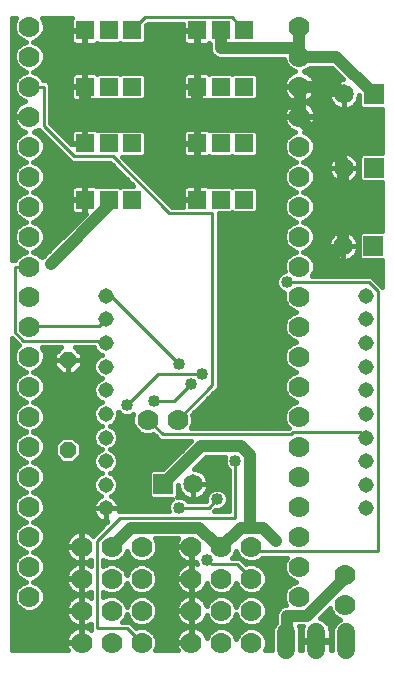
<source format=gbl>
G75*
G70*
%OFA0B0*%
%FSLAX24Y24*%
%IPPOS*%
%LPD*%
%AMOC8*
5,1,8,0,0,1.08239X$1,22.5*
%
%ADD10C,0.0700*%
%ADD11OC8,0.0560*%
%ADD12R,0.0650X0.0650*%
%ADD13C,0.0650*%
%ADD14C,0.0515*%
%ADD15R,0.0594X0.0594*%
%ADD16C,0.0600*%
%ADD17C,0.0400*%
%ADD18C,0.0400*%
%ADD19C,0.0160*%
%ADD20C,0.0100*%
D10*
X012704Y009130D03*
X012704Y010130D03*
X012704Y011130D03*
X012704Y012130D03*
X012704Y013130D03*
X012704Y014130D03*
X012704Y015130D03*
X012704Y016130D03*
X012704Y017130D03*
X012704Y018130D03*
X012704Y019130D03*
X012704Y020130D03*
X012704Y021130D03*
X012704Y022130D03*
X012704Y023130D03*
X012704Y024130D03*
X012704Y025130D03*
X012704Y026130D03*
X012704Y027130D03*
X012704Y028130D03*
X021704Y028130D03*
X021704Y027130D03*
X021704Y026130D03*
X021704Y025130D03*
X021704Y024130D03*
X021704Y023130D03*
X021704Y022130D03*
X021704Y021130D03*
X021704Y020130D03*
X021704Y019130D03*
X021704Y018130D03*
X021704Y017130D03*
X021704Y016130D03*
X021704Y015130D03*
X021704Y014130D03*
X021704Y013130D03*
X021704Y012130D03*
X021704Y011130D03*
X021704Y010130D03*
X023239Y009839D03*
X021704Y009130D03*
X023239Y008839D03*
X020105Y008658D03*
X019105Y008658D03*
X018105Y008658D03*
X018105Y009721D03*
X019105Y009721D03*
X020105Y009721D03*
X020105Y010784D03*
X019105Y010784D03*
X018105Y010784D03*
X016444Y010784D03*
X015444Y010784D03*
X014444Y010784D03*
X014444Y009721D03*
X015444Y009721D03*
X016444Y009721D03*
X016444Y008658D03*
X015444Y008658D03*
X014444Y008658D03*
X014444Y007595D03*
X015444Y007595D03*
X016444Y007595D03*
X018105Y007595D03*
X019105Y007595D03*
X020105Y007595D03*
X017645Y015028D03*
X016645Y015028D03*
D11*
X013987Y014020D03*
X013987Y017020D03*
D12*
X017160Y012882D03*
X024160Y020819D03*
X024180Y023418D03*
X024180Y025870D03*
D13*
X023180Y025870D03*
X023180Y023418D03*
X023160Y020819D03*
X018160Y012882D03*
D14*
X015251Y012855D03*
X015251Y013642D03*
X015251Y014430D03*
X015251Y015217D03*
X015251Y016004D03*
X015251Y016792D03*
X015251Y017579D03*
X015251Y018367D03*
X015251Y019154D03*
X023912Y019154D03*
X023912Y018367D03*
X023912Y017579D03*
X023912Y016792D03*
X023912Y016004D03*
X023912Y015217D03*
X023912Y014430D03*
X023912Y013642D03*
X023912Y012855D03*
X023912Y012067D03*
X015251Y012067D03*
D15*
X015341Y022359D03*
X014554Y022359D03*
X016129Y022359D03*
X018290Y022359D03*
X019078Y022359D03*
X019865Y022359D03*
X019865Y024241D03*
X019078Y024241D03*
X018290Y024241D03*
X016129Y024241D03*
X015341Y024241D03*
X014554Y024241D03*
X014554Y026122D03*
X015341Y026122D03*
X016129Y026122D03*
X018290Y026122D03*
X019078Y026122D03*
X019865Y026122D03*
X019865Y028004D03*
X019078Y028004D03*
X018290Y028004D03*
X016129Y028004D03*
X015341Y028004D03*
X014554Y028004D03*
D16*
X021267Y007950D02*
X021267Y007350D01*
X022267Y007350D02*
X022267Y007950D01*
X023267Y007950D02*
X023267Y007350D01*
D17*
X021971Y008493D02*
X023231Y009752D01*
X023231Y009831D01*
X023239Y009839D01*
X021971Y008493D02*
X021282Y008493D01*
X021282Y007666D01*
X021267Y007650D01*
X020928Y010973D02*
X020475Y011426D01*
X020062Y011426D01*
X019747Y011426D01*
X019105Y010784D01*
X018920Y010874D01*
X018369Y011426D01*
X016086Y011426D01*
X015444Y010784D01*
X017160Y012882D02*
X017168Y012882D01*
X018428Y014142D01*
X019767Y014142D01*
X020062Y013847D01*
X020062Y011426D01*
X022385Y020048D02*
X023152Y020815D01*
X023160Y020819D01*
X023152Y021032D01*
X023172Y021032D01*
X023172Y023414D01*
X023180Y023418D01*
X023152Y023611D01*
X021814Y024949D01*
X021704Y025130D01*
X021715Y025146D01*
X021715Y025540D01*
X018290Y025540D01*
X014570Y025540D01*
X014570Y026111D01*
X014554Y026122D01*
X018290Y026122D02*
X018290Y025540D01*
X019078Y027410D02*
X021499Y027410D01*
X021704Y027130D01*
X021696Y027331D01*
X021696Y028119D01*
X021704Y028130D01*
X021704Y027130D02*
X021715Y027115D01*
X022936Y027115D01*
X024180Y025870D01*
X023180Y025870D02*
X023172Y025874D01*
X022916Y026130D01*
X021704Y026130D01*
X021715Y025933D01*
X021715Y025540D01*
X019078Y027410D02*
X019078Y028004D01*
X015341Y022359D02*
X015337Y022351D01*
X015337Y022134D01*
X013408Y020205D01*
D18*
X013408Y020205D03*
X017700Y016878D03*
X018074Y016209D03*
X018467Y016544D03*
X016853Y015658D03*
X015948Y015500D03*
X019570Y013650D03*
X018960Y012370D03*
X017680Y012095D03*
X018625Y010363D03*
X020928Y010973D03*
X021282Y019615D03*
X022385Y020048D03*
D19*
X012117Y017735D02*
X012117Y007339D01*
X013979Y007339D01*
X013953Y007391D01*
X013927Y007471D01*
X013914Y007553D01*
X013914Y007576D01*
X014425Y007576D01*
X014425Y007613D01*
X013914Y007613D01*
X013914Y007637D01*
X013927Y007719D01*
X013953Y007798D01*
X013990Y007873D01*
X014040Y007940D01*
X014099Y007999D01*
X014166Y008048D01*
X014240Y008086D01*
X014320Y008112D01*
X014402Y008125D01*
X014425Y008125D01*
X014425Y007613D01*
X014462Y007613D01*
X014462Y008125D01*
X014485Y008125D01*
X014568Y008112D01*
X014647Y008086D01*
X014722Y008048D01*
X014753Y008025D01*
X014753Y008228D01*
X014722Y008205D01*
X014647Y008167D01*
X014568Y008141D01*
X014485Y008128D01*
X014462Y008128D01*
X014462Y008639D01*
X014425Y008639D01*
X014425Y008128D01*
X014402Y008128D01*
X014320Y008141D01*
X014240Y008167D01*
X014166Y008205D01*
X014099Y008254D01*
X014040Y008313D01*
X013990Y008380D01*
X013953Y008454D01*
X013927Y008534D01*
X013914Y008616D01*
X013914Y008639D01*
X014425Y008639D01*
X014425Y008676D01*
X013914Y008676D01*
X013914Y008700D01*
X013927Y008782D01*
X013953Y008861D01*
X013990Y008936D01*
X014040Y009003D01*
X014099Y009062D01*
X014166Y009111D01*
X014240Y009149D01*
X014320Y009175D01*
X014402Y009188D01*
X014425Y009188D01*
X014425Y008676D01*
X014462Y008676D01*
X014462Y009188D01*
X014485Y009188D01*
X014568Y009175D01*
X014647Y009149D01*
X014722Y009111D01*
X014753Y009088D01*
X014753Y009291D01*
X014722Y009268D01*
X014647Y009230D01*
X014568Y009204D01*
X014485Y009191D01*
X014462Y009191D01*
X014462Y009702D01*
X014425Y009702D01*
X014425Y009191D01*
X014402Y009191D01*
X014320Y009204D01*
X014240Y009230D01*
X014166Y009268D01*
X014099Y009317D01*
X014040Y009376D01*
X013990Y009443D01*
X013953Y009517D01*
X013927Y009597D01*
X013914Y009679D01*
X013914Y009702D01*
X014425Y009702D01*
X014425Y009739D01*
X013914Y009739D01*
X013914Y009763D01*
X013927Y009845D01*
X013953Y009924D01*
X013990Y009999D01*
X014040Y010066D01*
X014099Y010125D01*
X014166Y010174D01*
X014240Y010212D01*
X014320Y010238D01*
X014402Y010251D01*
X014425Y010251D01*
X014425Y009739D01*
X014462Y009739D01*
X014462Y010251D01*
X014485Y010251D01*
X014568Y010238D01*
X014647Y010212D01*
X014722Y010174D01*
X014753Y010151D01*
X014753Y010354D01*
X014722Y010331D01*
X014647Y010293D01*
X014568Y010267D01*
X014485Y010254D01*
X014462Y010254D01*
X014462Y010765D01*
X014425Y010765D01*
X014425Y010254D01*
X014402Y010254D01*
X014320Y010267D01*
X014240Y010293D01*
X014166Y010331D01*
X014099Y010380D01*
X014040Y010439D01*
X013990Y010506D01*
X013953Y010580D01*
X013927Y010660D01*
X013914Y010742D01*
X013914Y010765D01*
X014425Y010765D01*
X014425Y010802D01*
X013914Y010802D01*
X013914Y010826D01*
X013927Y010908D01*
X013953Y010987D01*
X013990Y011062D01*
X014040Y011129D01*
X014099Y011188D01*
X014166Y011237D01*
X014240Y011275D01*
X014320Y011301D01*
X014402Y011314D01*
X014425Y011314D01*
X014425Y010802D01*
X014462Y010802D01*
X014462Y011314D01*
X014485Y011314D01*
X014568Y011301D01*
X014647Y011275D01*
X014722Y011237D01*
X014789Y011188D01*
X014826Y011152D01*
X014876Y011203D01*
X015307Y011633D01*
X015285Y011630D01*
X015251Y011630D01*
X015251Y012067D01*
X015251Y012067D01*
X015251Y012067D01*
X015688Y012067D01*
X015688Y012033D01*
X015678Y011970D01*
X017342Y011970D01*
X017320Y012023D01*
X017320Y012166D01*
X017375Y012299D01*
X017473Y012397D01*
X016769Y012397D01*
X016675Y012491D01*
X016675Y013274D01*
X016769Y013367D01*
X017144Y013367D01*
X018103Y014326D01*
X017062Y014326D01*
X016939Y014449D01*
X016833Y014554D01*
X016746Y014518D01*
X016543Y014518D01*
X016356Y014596D01*
X016212Y014739D01*
X016135Y014927D01*
X016135Y015129D01*
X016169Y015213D01*
X016152Y015195D01*
X016019Y015140D01*
X015876Y015140D01*
X015744Y015195D01*
X015668Y015271D01*
X015668Y015134D01*
X015605Y014980D01*
X015487Y014863D01*
X015391Y014823D01*
X015487Y014783D01*
X015605Y014666D01*
X015668Y014513D01*
X015668Y014346D01*
X015605Y014193D01*
X015487Y014076D01*
X015391Y014036D01*
X015487Y013996D01*
X015605Y013879D01*
X015668Y013725D01*
X015668Y013559D01*
X015605Y013406D01*
X015487Y013288D01*
X015391Y013248D01*
X015487Y013209D01*
X015605Y013091D01*
X015668Y012938D01*
X015668Y012772D01*
X015605Y012618D01*
X015487Y012501D01*
X015419Y012473D01*
X015480Y012441D01*
X015536Y012401D01*
X015585Y012352D01*
X015625Y012297D01*
X015656Y012235D01*
X015678Y012170D01*
X015688Y012102D01*
X015688Y012067D01*
X015251Y012067D01*
X015251Y011630D01*
X015216Y011630D01*
X015148Y011641D01*
X015083Y011662D01*
X015022Y011693D01*
X014966Y011734D01*
X014917Y011782D01*
X014877Y011838D01*
X014845Y011899D01*
X014824Y011965D01*
X014813Y012033D01*
X014813Y012067D01*
X015251Y012067D01*
X015251Y012067D01*
X014813Y012067D01*
X014813Y012102D01*
X014824Y012170D01*
X014845Y012235D01*
X014877Y012297D01*
X014917Y012352D01*
X014966Y012401D01*
X015022Y012441D01*
X015083Y012473D01*
X015014Y012501D01*
X014897Y012618D01*
X014833Y012772D01*
X014833Y012938D01*
X014897Y013091D01*
X015014Y013209D01*
X015110Y013248D01*
X015014Y013288D01*
X014897Y013406D01*
X014833Y013559D01*
X014833Y013725D01*
X014897Y013879D01*
X015014Y013996D01*
X015110Y014036D01*
X015014Y014076D01*
X014897Y014193D01*
X014833Y014346D01*
X014833Y014513D01*
X014897Y014666D01*
X015014Y014783D01*
X015110Y014823D01*
X015014Y014863D01*
X014897Y014980D01*
X014833Y015134D01*
X014833Y015300D01*
X014897Y015453D01*
X015014Y015571D01*
X015110Y015611D01*
X015014Y015650D01*
X014897Y015768D01*
X014833Y015921D01*
X014833Y016087D01*
X014897Y016241D01*
X015014Y016358D01*
X015110Y016398D01*
X015014Y016438D01*
X014897Y016555D01*
X014833Y016709D01*
X014833Y016875D01*
X014897Y017028D01*
X015014Y017146D01*
X015110Y017185D01*
X015014Y017225D01*
X014897Y017343D01*
X014858Y017436D01*
X014222Y017436D01*
X014447Y017211D01*
X014447Y017030D01*
X013997Y017030D01*
X013997Y017010D01*
X013997Y016560D01*
X014178Y016560D01*
X014447Y016830D01*
X014447Y017010D01*
X013997Y017010D01*
X013977Y017010D01*
X013977Y016560D01*
X013797Y016560D01*
X013527Y016830D01*
X013527Y017010D01*
X013977Y017010D01*
X013977Y017030D01*
X013527Y017030D01*
X013527Y017211D01*
X013753Y017436D01*
X013119Y017436D01*
X013136Y017419D01*
X013214Y017232D01*
X013214Y017029D01*
X013136Y016841D01*
X012993Y016698D01*
X012829Y016630D01*
X012993Y016563D01*
X013136Y016419D01*
X013214Y016232D01*
X013214Y016029D01*
X013136Y015841D01*
X012993Y015698D01*
X012829Y015630D01*
X012993Y015563D01*
X013136Y015419D01*
X013214Y015232D01*
X013214Y015029D01*
X013136Y014841D01*
X012993Y014698D01*
X012829Y014630D01*
X012993Y014563D01*
X013136Y014419D01*
X013214Y014232D01*
X013214Y014029D01*
X013136Y013841D01*
X012993Y013698D01*
X012829Y013630D01*
X012993Y013563D01*
X013136Y013419D01*
X013214Y013232D01*
X013214Y013029D01*
X013136Y012841D01*
X012993Y012698D01*
X012829Y012630D01*
X012993Y012563D01*
X013136Y012419D01*
X013214Y012232D01*
X013214Y012029D01*
X013136Y011841D01*
X012993Y011698D01*
X012829Y011630D01*
X012993Y011563D01*
X013136Y011419D01*
X013214Y011232D01*
X013214Y011029D01*
X013136Y010841D01*
X012993Y010698D01*
X012829Y010630D01*
X012993Y010563D01*
X013136Y010419D01*
X013214Y010232D01*
X013214Y010029D01*
X013136Y009841D01*
X012993Y009698D01*
X012829Y009630D01*
X012993Y009563D01*
X013136Y009419D01*
X013214Y009232D01*
X013214Y009029D01*
X013136Y008841D01*
X012993Y008698D01*
X012805Y008620D01*
X012602Y008620D01*
X012415Y008698D01*
X012271Y008841D01*
X012194Y009029D01*
X012194Y009232D01*
X012271Y009419D01*
X012415Y009563D01*
X012578Y009630D01*
X012415Y009698D01*
X012271Y009841D01*
X012194Y010029D01*
X012194Y010232D01*
X012271Y010419D01*
X012415Y010563D01*
X012578Y010630D01*
X012415Y010698D01*
X012271Y010841D01*
X012194Y011029D01*
X012194Y011232D01*
X012271Y011419D01*
X012415Y011563D01*
X012578Y011630D01*
X012415Y011698D01*
X012271Y011841D01*
X012194Y012029D01*
X012194Y012232D01*
X012271Y012419D01*
X012415Y012563D01*
X012578Y012630D01*
X012415Y012698D01*
X012271Y012841D01*
X012194Y013029D01*
X012194Y013232D01*
X012271Y013419D01*
X012415Y013563D01*
X012578Y013630D01*
X012415Y013698D01*
X012271Y013841D01*
X012194Y014029D01*
X012194Y014232D01*
X012271Y014419D01*
X012415Y014563D01*
X012578Y014630D01*
X012415Y014698D01*
X012271Y014841D01*
X012194Y015029D01*
X012194Y015232D01*
X012271Y015419D01*
X012415Y015563D01*
X012578Y015630D01*
X012415Y015698D01*
X012271Y015841D01*
X012194Y016029D01*
X012194Y016232D01*
X012271Y016419D01*
X012415Y016563D01*
X012578Y016630D01*
X012415Y016698D01*
X012271Y016841D01*
X012194Y017029D01*
X012194Y017232D01*
X012271Y017419D01*
X012352Y017500D01*
X012121Y017731D01*
X012117Y017735D01*
X012117Y017643D02*
X012209Y017643D01*
X012117Y017484D02*
X012336Y017484D01*
X012233Y017326D02*
X012117Y017326D01*
X012117Y017167D02*
X012194Y017167D01*
X012202Y017009D02*
X012117Y017009D01*
X012117Y016850D02*
X012268Y016850D01*
X012117Y016692D02*
X012430Y016692D01*
X012385Y016533D02*
X012117Y016533D01*
X012117Y016375D02*
X012253Y016375D01*
X012194Y016216D02*
X012117Y016216D01*
X012117Y016058D02*
X012194Y016058D01*
X012247Y015899D02*
X012117Y015899D01*
X012117Y015741D02*
X012372Y015741D01*
X012462Y015582D02*
X012117Y015582D01*
X012117Y015424D02*
X012276Y015424D01*
X012208Y015265D02*
X012117Y015265D01*
X012117Y015107D02*
X012194Y015107D01*
X012227Y014948D02*
X012117Y014948D01*
X012117Y014790D02*
X012323Y014790D01*
X012117Y014631D02*
X012576Y014631D01*
X012832Y014631D02*
X014883Y014631D01*
X014833Y014473D02*
X013082Y014473D01*
X013179Y014314D02*
X013659Y014314D01*
X013547Y014202D02*
X013547Y013838D01*
X013805Y013580D01*
X014169Y013580D01*
X014427Y013838D01*
X014427Y014202D01*
X014169Y014460D01*
X013805Y014460D01*
X013547Y014202D01*
X013547Y014156D02*
X013214Y014156D01*
X013201Y013997D02*
X013547Y013997D01*
X013547Y013839D02*
X013133Y013839D01*
X012950Y013680D02*
X013705Y013680D01*
X014270Y013680D02*
X014833Y013680D01*
X014849Y013522D02*
X013033Y013522D01*
X013159Y013363D02*
X014939Y013363D01*
X015011Y013205D02*
X013214Y013205D01*
X013214Y013046D02*
X014878Y013046D01*
X014833Y012888D02*
X013155Y012888D01*
X013024Y012729D02*
X014851Y012729D01*
X014944Y012571D02*
X012973Y012571D01*
X013139Y012412D02*
X014981Y012412D01*
X014855Y012254D02*
X013204Y012254D01*
X013214Y012095D02*
X014813Y012095D01*
X014833Y011937D02*
X013175Y011937D01*
X013073Y011778D02*
X014921Y011778D01*
X015251Y011778D02*
X015251Y011778D01*
X015251Y011937D02*
X015251Y011937D01*
X015294Y011620D02*
X012855Y011620D01*
X013094Y011461D02*
X015135Y011461D01*
X014977Y011303D02*
X014555Y011303D01*
X014462Y011303D02*
X014425Y011303D01*
X014332Y011303D02*
X013184Y011303D01*
X013214Y011144D02*
X014055Y011144D01*
X013952Y010986D02*
X013196Y010986D01*
X013122Y010827D02*
X013914Y010827D01*
X013925Y010669D02*
X012922Y010669D01*
X013045Y010510D02*
X013988Y010510D01*
X014137Y010352D02*
X013164Y010352D01*
X013214Y010193D02*
X014204Y010193D01*
X014425Y010193D02*
X014462Y010193D01*
X014462Y010035D02*
X014425Y010035D01*
X014425Y009876D02*
X014462Y009876D01*
X014425Y009718D02*
X013012Y009718D01*
X012996Y009559D02*
X013939Y009559D01*
X014021Y009401D02*
X013144Y009401D01*
X013209Y009242D02*
X014216Y009242D01*
X014128Y009084D02*
X013214Y009084D01*
X013171Y008925D02*
X013985Y008925D01*
X013924Y008767D02*
X013061Y008767D01*
X012346Y008767D02*
X012117Y008767D01*
X012117Y008925D02*
X012237Y008925D01*
X012194Y009084D02*
X012117Y009084D01*
X012117Y009242D02*
X012198Y009242D01*
X012264Y009401D02*
X012117Y009401D01*
X012117Y009559D02*
X012411Y009559D01*
X012395Y009718D02*
X012117Y009718D01*
X012117Y009876D02*
X012257Y009876D01*
X012194Y010035D02*
X012117Y010035D01*
X012117Y010193D02*
X012194Y010193D01*
X012243Y010352D02*
X012117Y010352D01*
X012117Y010510D02*
X012362Y010510D01*
X012485Y010669D02*
X012117Y010669D01*
X012117Y010827D02*
X012285Y010827D01*
X012211Y010986D02*
X012117Y010986D01*
X012117Y011144D02*
X012194Y011144D01*
X012223Y011303D02*
X012117Y011303D01*
X012117Y011461D02*
X012313Y011461D01*
X012117Y011620D02*
X012553Y011620D01*
X012334Y011778D02*
X012117Y011778D01*
X012117Y011937D02*
X012232Y011937D01*
X012194Y012095D02*
X012117Y012095D01*
X012117Y012254D02*
X012203Y012254D01*
X012268Y012412D02*
X012117Y012412D01*
X012117Y012571D02*
X012434Y012571D01*
X012383Y012729D02*
X012117Y012729D01*
X012117Y012888D02*
X012252Y012888D01*
X012194Y013046D02*
X012117Y013046D01*
X012117Y013205D02*
X012194Y013205D01*
X012248Y013363D02*
X012117Y013363D01*
X012117Y013522D02*
X012374Y013522D01*
X012457Y013680D02*
X012117Y013680D01*
X012117Y013839D02*
X012274Y013839D01*
X012207Y013997D02*
X012117Y013997D01*
X012117Y014156D02*
X012194Y014156D01*
X012228Y014314D02*
X012117Y014314D01*
X012117Y014473D02*
X012325Y014473D01*
X013084Y014790D02*
X015030Y014790D01*
X014929Y014948D02*
X013180Y014948D01*
X013214Y015107D02*
X014845Y015107D01*
X014833Y015265D02*
X013200Y015265D01*
X013131Y015424D02*
X014885Y015424D01*
X015042Y015582D02*
X012945Y015582D01*
X013035Y015741D02*
X014924Y015741D01*
X014842Y015899D02*
X013160Y015899D01*
X013214Y016058D02*
X014833Y016058D01*
X014887Y016216D02*
X013214Y016216D01*
X013154Y016375D02*
X015054Y016375D01*
X014919Y016533D02*
X013022Y016533D01*
X012978Y016692D02*
X013665Y016692D01*
X013527Y016850D02*
X013140Y016850D01*
X013205Y017009D02*
X013527Y017009D01*
X013527Y017167D02*
X013214Y017167D01*
X013175Y017326D02*
X013642Y017326D01*
X013977Y017009D02*
X013997Y017009D01*
X013997Y016850D02*
X013977Y016850D01*
X013977Y016692D02*
X013997Y016692D01*
X014309Y016692D02*
X014840Y016692D01*
X014833Y016850D02*
X014447Y016850D01*
X014447Y017009D02*
X014889Y017009D01*
X015067Y017167D02*
X014447Y017167D01*
X014332Y017326D02*
X014914Y017326D01*
X015668Y015265D02*
X015674Y015265D01*
X015657Y015107D02*
X016135Y015107D01*
X016135Y014948D02*
X015573Y014948D01*
X015472Y014790D02*
X016191Y014790D01*
X016320Y014631D02*
X015619Y014631D01*
X015668Y014473D02*
X016915Y014473D01*
X017616Y013839D02*
X015621Y013839D01*
X015668Y013680D02*
X017457Y013680D01*
X017299Y013522D02*
X015653Y013522D01*
X015562Y013363D02*
X016765Y013363D01*
X016675Y013205D02*
X015491Y013205D01*
X015623Y013046D02*
X016675Y013046D01*
X016675Y012888D02*
X015668Y012888D01*
X015651Y012729D02*
X016675Y012729D01*
X016675Y012571D02*
X015557Y012571D01*
X015520Y012412D02*
X016754Y012412D01*
X017356Y012254D02*
X015647Y012254D01*
X015688Y012095D02*
X017320Y012095D01*
X017609Y012455D02*
X017645Y012491D01*
X017645Y012850D01*
X017655Y012860D01*
X017655Y012843D01*
X017668Y012764D01*
X017692Y012688D01*
X017728Y012618D01*
X017775Y012553D01*
X017831Y012497D01*
X017896Y012450D01*
X017966Y012414D01*
X018042Y012390D01*
X018121Y012377D01*
X018160Y012377D01*
X018160Y012882D01*
X018160Y012882D01*
X018160Y012377D01*
X018200Y012377D01*
X018279Y012390D01*
X018354Y012414D01*
X018425Y012450D01*
X018489Y012497D01*
X018546Y012553D01*
X018592Y012618D01*
X018628Y012688D01*
X018653Y012764D01*
X018665Y012843D01*
X018665Y012882D01*
X018160Y012882D01*
X018160Y012882D01*
X018665Y012882D01*
X018665Y012922D01*
X018653Y013001D01*
X018628Y013076D01*
X018592Y013147D01*
X018546Y013211D01*
X018489Y013267D01*
X018425Y013314D01*
X018354Y013350D01*
X018279Y013375D01*
X018200Y013387D01*
X018182Y013387D01*
X018577Y013782D01*
X019235Y013782D01*
X019210Y013722D01*
X019210Y013578D01*
X019265Y013446D01*
X019360Y013351D01*
X019360Y011970D01*
X018856Y011970D01*
X018894Y012008D01*
X018897Y012010D01*
X019031Y012010D01*
X019163Y012065D01*
X019265Y012167D01*
X019320Y012299D01*
X019320Y012442D01*
X019265Y012574D01*
X019163Y012676D01*
X019031Y012730D01*
X018888Y012730D01*
X018756Y012676D01*
X018654Y012574D01*
X018600Y012442D01*
X018600Y012307D01*
X018597Y012305D01*
X017979Y012305D01*
X017884Y012400D01*
X017752Y012455D01*
X017609Y012455D01*
X017645Y012571D02*
X017762Y012571D01*
X017679Y012729D02*
X017645Y012729D01*
X017854Y012412D02*
X017973Y012412D01*
X018160Y012412D02*
X018160Y012412D01*
X018160Y012571D02*
X018160Y012571D01*
X018160Y012729D02*
X018160Y012729D01*
X018348Y012412D02*
X018600Y012412D01*
X018558Y012571D02*
X018653Y012571D01*
X018642Y012729D02*
X018885Y012729D01*
X019034Y012729D02*
X019360Y012729D01*
X019360Y012571D02*
X019266Y012571D01*
X019320Y012412D02*
X019360Y012412D01*
X019360Y012254D02*
X019301Y012254D01*
X019360Y012095D02*
X019193Y012095D01*
X019360Y012888D02*
X018665Y012888D01*
X018638Y013046D02*
X019360Y013046D01*
X019360Y013205D02*
X018550Y013205D01*
X018314Y013363D02*
X019347Y013363D01*
X019233Y013522D02*
X018317Y013522D01*
X018475Y013680D02*
X019210Y013680D01*
X018091Y014314D02*
X015655Y014314D01*
X015568Y014156D02*
X017933Y014156D01*
X017774Y013997D02*
X015484Y013997D01*
X015017Y013997D02*
X014427Y013997D01*
X014427Y013839D02*
X014880Y013839D01*
X014934Y014156D02*
X014427Y014156D01*
X014315Y014314D02*
X014847Y014314D01*
X018080Y014746D02*
X018155Y014927D01*
X018155Y015129D01*
X018126Y015197D01*
X018889Y015960D01*
X019012Y016083D01*
X019012Y021902D01*
X019441Y021902D01*
X019471Y021932D01*
X019502Y021902D01*
X020228Y021902D01*
X020322Y021996D01*
X020322Y022722D01*
X020228Y022816D01*
X019502Y022816D01*
X019471Y022785D01*
X019441Y022816D01*
X018715Y022816D01*
X018698Y022799D01*
X018698Y022800D01*
X018657Y022823D01*
X018611Y022836D01*
X018309Y022836D01*
X018309Y022377D01*
X018272Y022377D01*
X018272Y022836D01*
X017970Y022836D01*
X017924Y022823D01*
X017883Y022800D01*
X017849Y022766D01*
X017826Y022725D01*
X017813Y022679D01*
X017813Y022377D01*
X018272Y022377D01*
X018272Y022340D01*
X017813Y022340D01*
X017813Y022128D01*
X017452Y022128D01*
X015796Y023784D01*
X016492Y023784D01*
X016586Y023877D01*
X016586Y024604D01*
X016492Y024697D01*
X015766Y024697D01*
X015735Y024667D01*
X015705Y024697D01*
X014978Y024697D01*
X014962Y024681D01*
X014961Y024681D01*
X014920Y024705D01*
X014875Y024717D01*
X014572Y024717D01*
X014572Y024259D01*
X014536Y024259D01*
X014536Y024717D01*
X014233Y024717D01*
X014188Y024705D01*
X014147Y024681D01*
X014113Y024648D01*
X014089Y024607D01*
X014077Y024561D01*
X014077Y024259D01*
X014536Y024259D01*
X014536Y024222D01*
X014078Y024222D01*
X013402Y024898D01*
X013402Y026217D01*
X013279Y026340D01*
X013169Y026340D01*
X013136Y026419D01*
X012993Y026563D01*
X012829Y026630D01*
X012993Y026698D01*
X013136Y026841D01*
X013214Y027029D01*
X013214Y027232D01*
X013136Y027419D01*
X012993Y027563D01*
X012829Y027630D01*
X012993Y027698D01*
X013136Y027841D01*
X013214Y028029D01*
X013214Y028232D01*
X013140Y028410D01*
X014112Y028410D01*
X014089Y028371D01*
X014077Y028325D01*
X014077Y028023D01*
X014536Y028023D01*
X014536Y027986D01*
X014572Y027986D01*
X014572Y027527D01*
X014875Y027527D01*
X014920Y027540D01*
X014961Y027563D01*
X014962Y027564D01*
X014978Y027547D01*
X015705Y027547D01*
X015735Y027578D01*
X015766Y027547D01*
X016492Y027547D01*
X016586Y027641D01*
X016586Y028164D01*
X016645Y028223D01*
X017813Y028223D01*
X017813Y028023D01*
X018272Y028023D01*
X018272Y027986D01*
X018309Y027986D01*
X018309Y027527D01*
X018611Y027527D01*
X018657Y027540D01*
X018698Y027563D01*
X018698Y027564D01*
X018715Y027547D01*
X018718Y027547D01*
X018718Y027338D01*
X018772Y027206D01*
X018874Y027105D01*
X019006Y027050D01*
X021194Y027050D01*
X021194Y027029D01*
X021271Y026841D01*
X021415Y026698D01*
X021556Y026640D01*
X021500Y026621D01*
X021426Y026584D01*
X021358Y026535D01*
X021299Y026476D01*
X021250Y026408D01*
X021212Y026334D01*
X021187Y026254D01*
X021174Y026172D01*
X021174Y026149D01*
X021685Y026149D01*
X021685Y026112D01*
X021174Y026112D01*
X021174Y026089D01*
X021187Y026006D01*
X021212Y025927D01*
X021250Y025853D01*
X021299Y025785D01*
X021358Y025726D01*
X020289Y025726D01*
X020322Y025759D02*
X020322Y026486D01*
X020228Y026579D01*
X019502Y026579D01*
X019471Y026549D01*
X019441Y026579D01*
X018715Y026579D01*
X018698Y026563D01*
X018698Y026563D01*
X018657Y026587D01*
X018611Y026599D01*
X018309Y026599D01*
X018309Y026141D01*
X018272Y026141D01*
X018272Y026599D01*
X017970Y026599D01*
X017924Y026587D01*
X017883Y026563D01*
X017849Y026530D01*
X017826Y026489D01*
X017813Y026443D01*
X017813Y026141D01*
X018272Y026141D01*
X018272Y026104D01*
X018309Y026104D01*
X018309Y025646D01*
X018611Y025646D01*
X018657Y025658D01*
X018698Y025682D01*
X018715Y025666D01*
X019441Y025666D01*
X019471Y025696D01*
X019502Y025666D01*
X020228Y025666D01*
X020322Y025759D01*
X020322Y025885D02*
X021234Y025885D01*
X021181Y026043D02*
X020322Y026043D01*
X020322Y026202D02*
X021178Y026202D01*
X021226Y026360D02*
X020322Y026360D01*
X020289Y026519D02*
X021343Y026519D01*
X021465Y026677D02*
X012943Y026677D01*
X013036Y026519D02*
X014107Y026519D01*
X014113Y026530D02*
X014089Y026489D01*
X014077Y026443D01*
X014077Y026141D01*
X014536Y026141D01*
X014536Y026599D01*
X014233Y026599D01*
X014188Y026587D01*
X014147Y026563D01*
X014113Y026530D01*
X014077Y026360D02*
X013160Y026360D01*
X013402Y026202D02*
X014077Y026202D01*
X014077Y026104D02*
X014077Y025802D01*
X014089Y025756D01*
X014113Y025715D01*
X014147Y025682D01*
X014188Y025658D01*
X014233Y025646D01*
X014536Y025646D01*
X014536Y026104D01*
X014572Y026104D01*
X014572Y025646D01*
X014875Y025646D01*
X014920Y025658D01*
X014961Y025682D01*
X014962Y025682D01*
X014978Y025666D01*
X015705Y025666D01*
X015735Y025696D01*
X015766Y025666D01*
X016492Y025666D01*
X016586Y025759D01*
X016586Y026486D01*
X016492Y026579D01*
X015766Y026579D01*
X015735Y026549D01*
X015705Y026579D01*
X014978Y026579D01*
X014962Y026563D01*
X014961Y026563D01*
X014920Y026587D01*
X014875Y026599D01*
X014572Y026599D01*
X014572Y026141D01*
X014536Y026141D01*
X014536Y026104D01*
X014077Y026104D01*
X014077Y026043D02*
X013402Y026043D01*
X013402Y025885D02*
X014077Y025885D01*
X014107Y025726D02*
X013402Y025726D01*
X013402Y025568D02*
X021404Y025568D01*
X021426Y025584D02*
X021358Y025535D01*
X021299Y025476D01*
X021250Y025408D01*
X021212Y025334D01*
X021187Y025254D01*
X021174Y025172D01*
X021174Y025149D01*
X021685Y025149D01*
X021685Y025660D01*
X021685Y026112D01*
X021722Y026112D01*
X021722Y026149D01*
X022234Y026149D01*
X022234Y026172D01*
X022221Y026254D01*
X022195Y026334D01*
X022157Y026408D01*
X022108Y026476D01*
X022049Y026535D01*
X021981Y026584D01*
X021907Y026621D01*
X021851Y026640D01*
X021993Y026698D01*
X022049Y026755D01*
X022787Y026755D01*
X023166Y026375D01*
X023140Y026375D01*
X023062Y026363D01*
X022986Y026338D01*
X022915Y026302D01*
X022851Y026256D01*
X022795Y026199D01*
X022748Y026135D01*
X022712Y026064D01*
X022687Y025989D01*
X022675Y025910D01*
X022675Y025870D01*
X022675Y025831D01*
X022687Y025752D01*
X022712Y025677D01*
X022748Y025606D01*
X022795Y025541D01*
X022851Y025485D01*
X022915Y025439D01*
X022986Y025402D01*
X023062Y025378D01*
X023140Y025365D01*
X023180Y025365D01*
X023220Y025365D01*
X023298Y025378D01*
X023374Y025402D01*
X023445Y025439D01*
X023509Y025485D01*
X023565Y025541D01*
X023612Y025606D01*
X023648Y025677D01*
X023673Y025752D01*
X023685Y025831D01*
X023685Y025856D01*
X023695Y025846D01*
X023695Y025479D01*
X023789Y025385D01*
X024472Y025385D01*
X024472Y023903D01*
X023789Y023903D01*
X023695Y023809D01*
X023695Y023026D01*
X023789Y022933D01*
X024472Y022933D01*
X024472Y021304D01*
X023769Y021304D01*
X023675Y021211D01*
X023675Y020428D01*
X023769Y020334D01*
X024472Y020334D01*
X024472Y019458D01*
X024401Y019529D01*
X024106Y019825D01*
X023932Y019825D01*
X022119Y019825D01*
X022136Y019841D01*
X022214Y020029D01*
X022214Y020232D01*
X022136Y020419D01*
X021993Y020563D01*
X021829Y020630D01*
X021993Y020698D01*
X022136Y020841D01*
X022214Y021029D01*
X022214Y021232D01*
X022136Y021419D01*
X021993Y021563D01*
X021829Y021630D01*
X021993Y021698D01*
X022136Y021841D01*
X022214Y022029D01*
X022214Y022232D01*
X022136Y022419D01*
X021993Y022563D01*
X021829Y022630D01*
X021993Y022698D01*
X022136Y022841D01*
X022214Y023029D01*
X022214Y023232D01*
X022136Y023419D01*
X021993Y023563D01*
X021829Y023630D01*
X021993Y023698D01*
X022136Y023841D01*
X022214Y024029D01*
X022214Y024232D01*
X022136Y024419D01*
X021993Y024563D01*
X021851Y024621D01*
X021907Y024639D01*
X021981Y024677D01*
X022049Y024726D01*
X022108Y024785D01*
X022157Y024853D01*
X022195Y024927D01*
X022221Y025006D01*
X022234Y025089D01*
X022234Y025112D01*
X021722Y025112D01*
X021722Y025149D01*
X021685Y025149D01*
X021685Y025112D01*
X021174Y025112D01*
X021174Y025089D01*
X021187Y025006D01*
X021212Y024927D01*
X021250Y024853D01*
X021299Y024785D01*
X021358Y024726D01*
X021426Y024677D01*
X021500Y024639D01*
X021556Y024621D01*
X021415Y024563D01*
X021271Y024419D01*
X021194Y024232D01*
X021194Y024029D01*
X021271Y023841D01*
X021415Y023698D01*
X021578Y023630D01*
X021415Y023563D01*
X021271Y023419D01*
X021194Y023232D01*
X021194Y023029D01*
X021271Y022841D01*
X021415Y022698D01*
X021578Y022630D01*
X021415Y022563D01*
X021271Y022419D01*
X021194Y022232D01*
X021194Y022029D01*
X021271Y021841D01*
X021415Y021698D01*
X021578Y021630D01*
X021415Y021563D01*
X021271Y021419D01*
X021194Y021232D01*
X021194Y021029D01*
X021271Y020841D01*
X021415Y020698D01*
X021578Y020630D01*
X021415Y020563D01*
X021271Y020419D01*
X021194Y020232D01*
X021194Y020029D01*
X021216Y019975D01*
X021211Y019975D01*
X021078Y019920D01*
X020977Y019818D01*
X020922Y019686D01*
X020922Y019543D01*
X020977Y019411D01*
X021078Y019309D01*
X021204Y019257D01*
X021194Y019232D01*
X021194Y019029D01*
X021271Y018841D01*
X021415Y018698D01*
X021578Y018630D01*
X021415Y018563D01*
X021271Y018419D01*
X021194Y018232D01*
X021194Y018029D01*
X021271Y017841D01*
X021415Y017698D01*
X021578Y017630D01*
X021415Y017563D01*
X021271Y017419D01*
X021194Y017232D01*
X021194Y017029D01*
X021271Y016841D01*
X021415Y016698D01*
X021578Y016630D01*
X021415Y016563D01*
X021271Y016419D01*
X021194Y016232D01*
X021194Y016029D01*
X021271Y015841D01*
X021415Y015698D01*
X021578Y015630D01*
X021415Y015563D01*
X021271Y015419D01*
X021194Y015232D01*
X021194Y015029D01*
X021271Y014841D01*
X021350Y014763D01*
X021333Y014746D01*
X018080Y014746D01*
X018098Y014790D02*
X021323Y014790D01*
X021227Y014948D02*
X018155Y014948D01*
X018155Y015107D02*
X021194Y015107D01*
X021208Y015265D02*
X018195Y015265D01*
X018353Y015424D02*
X021276Y015424D01*
X021462Y015582D02*
X018512Y015582D01*
X018670Y015741D02*
X021372Y015741D01*
X021247Y015899D02*
X018829Y015899D01*
X018987Y016058D02*
X021194Y016058D01*
X021194Y016216D02*
X019012Y016216D01*
X019012Y016375D02*
X021253Y016375D01*
X021385Y016533D02*
X019012Y016533D01*
X019012Y016692D02*
X021430Y016692D01*
X021268Y016850D02*
X019012Y016850D01*
X019012Y017009D02*
X021202Y017009D01*
X021194Y017167D02*
X019012Y017167D01*
X019012Y017326D02*
X021233Y017326D01*
X021336Y017484D02*
X019012Y017484D01*
X019012Y017643D02*
X021548Y017643D01*
X021311Y017801D02*
X019012Y017801D01*
X019012Y017960D02*
X021222Y017960D01*
X021194Y018118D02*
X019012Y018118D01*
X019012Y018277D02*
X021212Y018277D01*
X021287Y018435D02*
X019012Y018435D01*
X019012Y018594D02*
X021490Y018594D01*
X021360Y018752D02*
X019012Y018752D01*
X019012Y018911D02*
X021243Y018911D01*
X021194Y019069D02*
X019012Y019069D01*
X019012Y019228D02*
X021194Y019228D01*
X021002Y019386D02*
X019012Y019386D01*
X019012Y019545D02*
X020922Y019545D01*
X020929Y019703D02*
X019012Y019703D01*
X019012Y019862D02*
X021020Y019862D01*
X021197Y020020D02*
X019012Y020020D01*
X019012Y020179D02*
X021194Y020179D01*
X021237Y020337D02*
X019012Y020337D01*
X019012Y020496D02*
X021348Y020496D01*
X021520Y020654D02*
X019012Y020654D01*
X019012Y020813D02*
X021300Y020813D01*
X021217Y020971D02*
X019012Y020971D01*
X019012Y021130D02*
X021194Y021130D01*
X021217Y021288D02*
X019012Y021288D01*
X019012Y021447D02*
X021299Y021447D01*
X021518Y021605D02*
X019012Y021605D01*
X019012Y021764D02*
X021349Y021764D01*
X021238Y021922D02*
X020249Y021922D01*
X020322Y022081D02*
X021194Y022081D01*
X021197Y022239D02*
X020322Y022239D01*
X020322Y022398D02*
X021262Y022398D01*
X021408Y022556D02*
X020322Y022556D01*
X020322Y022715D02*
X021398Y022715D01*
X021258Y022873D02*
X016706Y022873D01*
X016548Y023032D02*
X021194Y023032D01*
X021194Y023190D02*
X016389Y023190D01*
X016231Y023349D02*
X021242Y023349D01*
X021359Y023507D02*
X016072Y023507D01*
X015914Y023666D02*
X021492Y023666D01*
X021288Y023824D02*
X020269Y023824D01*
X020228Y023784D02*
X020322Y023877D01*
X020322Y024604D01*
X020228Y024697D01*
X019502Y024697D01*
X019471Y024667D01*
X019441Y024697D01*
X018715Y024697D01*
X018698Y024681D01*
X018698Y024681D01*
X018657Y024705D01*
X018611Y024717D01*
X018309Y024717D01*
X018309Y024259D01*
X018272Y024259D01*
X018272Y024717D01*
X017970Y024717D01*
X017924Y024705D01*
X017883Y024681D01*
X017849Y024648D01*
X017826Y024607D01*
X017813Y024561D01*
X017813Y024259D01*
X018272Y024259D01*
X018272Y024222D01*
X018309Y024222D01*
X018309Y023764D01*
X018611Y023764D01*
X018657Y023776D01*
X018698Y023800D01*
X018715Y023784D01*
X019441Y023784D01*
X019471Y023814D01*
X019502Y023784D01*
X020228Y023784D01*
X020322Y023983D02*
X021213Y023983D01*
X021194Y024141D02*
X020322Y024141D01*
X020322Y024300D02*
X021222Y024300D01*
X021310Y024458D02*
X020322Y024458D01*
X020309Y024617D02*
X021545Y024617D01*
X021309Y024775D02*
X013525Y024775D01*
X013402Y024934D02*
X021210Y024934D01*
X021174Y025092D02*
X013402Y025092D01*
X013402Y025251D02*
X021186Y025251D01*
X021251Y025409D02*
X013402Y025409D01*
X012685Y025149D02*
X012685Y025112D01*
X012174Y025112D01*
X012174Y025089D01*
X012187Y025006D01*
X012212Y024927D01*
X012250Y024853D01*
X012299Y024785D01*
X012358Y024726D01*
X012426Y024677D01*
X012500Y024639D01*
X012556Y024621D01*
X012415Y024563D01*
X012271Y024419D01*
X012194Y024232D01*
X012194Y024029D01*
X012271Y023841D01*
X012415Y023698D01*
X012578Y023630D01*
X012415Y023563D01*
X012271Y023419D01*
X012194Y023232D01*
X012194Y023029D01*
X012271Y022841D01*
X012415Y022698D01*
X012578Y022630D01*
X012415Y022563D01*
X012271Y022419D01*
X012194Y022232D01*
X012194Y022029D01*
X012271Y021841D01*
X012415Y021698D01*
X012578Y021630D01*
X012415Y021563D01*
X012271Y021419D01*
X012194Y021232D01*
X012194Y021029D01*
X012271Y020841D01*
X012415Y020698D01*
X012578Y020630D01*
X012415Y020563D01*
X012271Y020419D01*
X012237Y020336D01*
X012121Y020336D01*
X012117Y020332D01*
X012117Y028410D01*
X012268Y028410D01*
X012194Y028232D01*
X012194Y028029D01*
X012271Y027841D01*
X012415Y027698D01*
X012578Y027630D01*
X012415Y027563D01*
X012271Y027419D01*
X012194Y027232D01*
X012194Y027029D01*
X012271Y026841D01*
X012415Y026698D01*
X012578Y026630D01*
X012415Y026563D01*
X012271Y026419D01*
X012194Y026232D01*
X012194Y026029D01*
X012271Y025841D01*
X012415Y025698D01*
X012556Y025640D01*
X012500Y025621D01*
X012426Y025584D01*
X012358Y025535D01*
X012299Y025476D01*
X012250Y025408D01*
X012212Y025334D01*
X012187Y025254D01*
X012174Y025172D01*
X012174Y025149D01*
X012685Y025149D01*
X012404Y025568D02*
X012117Y025568D01*
X012117Y025726D02*
X012386Y025726D01*
X012253Y025885D02*
X012117Y025885D01*
X012117Y026043D02*
X012194Y026043D01*
X012194Y026202D02*
X012117Y026202D01*
X012117Y026360D02*
X012247Y026360D01*
X012371Y026519D02*
X012117Y026519D01*
X012117Y026677D02*
X012465Y026677D01*
X012277Y026836D02*
X012117Y026836D01*
X012117Y026994D02*
X012208Y026994D01*
X012194Y027153D02*
X012117Y027153D01*
X012117Y027311D02*
X012227Y027311D01*
X012322Y027470D02*
X012117Y027470D01*
X012117Y027628D02*
X012573Y027628D01*
X012834Y027628D02*
X014095Y027628D01*
X014089Y027638D02*
X014113Y027597D01*
X014147Y027563D01*
X014188Y027540D01*
X014233Y027527D01*
X014536Y027527D01*
X014536Y027986D01*
X014077Y027986D01*
X014077Y027684D01*
X014089Y027638D01*
X014077Y027787D02*
X013081Y027787D01*
X013179Y027945D02*
X014077Y027945D01*
X014077Y028104D02*
X013214Y028104D01*
X013201Y028262D02*
X014077Y028262D01*
X014536Y027945D02*
X014572Y027945D01*
X014572Y027787D02*
X014536Y027787D01*
X014536Y027628D02*
X014572Y027628D01*
X013181Y027311D02*
X018729Y027311D01*
X018718Y027470D02*
X013085Y027470D01*
X013214Y027153D02*
X018826Y027153D01*
X018272Y027527D02*
X018272Y027986D01*
X017813Y027986D01*
X017813Y027684D01*
X017826Y027638D01*
X017849Y027597D01*
X017883Y027563D01*
X017924Y027540D01*
X017970Y027527D01*
X018272Y027527D01*
X018272Y027628D02*
X018309Y027628D01*
X018309Y027787D02*
X018272Y027787D01*
X018272Y027945D02*
X018309Y027945D01*
X017813Y027945D02*
X016586Y027945D01*
X016586Y027787D02*
X017813Y027787D01*
X017831Y027628D02*
X016573Y027628D01*
X016586Y028104D02*
X017813Y028104D01*
X017843Y026519D02*
X016552Y026519D01*
X016586Y026360D02*
X017813Y026360D01*
X017813Y026202D02*
X016586Y026202D01*
X016586Y026043D02*
X017813Y026043D01*
X017813Y026104D02*
X017813Y025802D01*
X017826Y025756D01*
X017849Y025715D01*
X017883Y025682D01*
X017924Y025658D01*
X017970Y025646D01*
X018272Y025646D01*
X018272Y026104D01*
X017813Y026104D01*
X017813Y025885D02*
X016586Y025885D01*
X016553Y025726D02*
X017843Y025726D01*
X018272Y025726D02*
X018309Y025726D01*
X018309Y025885D02*
X018272Y025885D01*
X018272Y026043D02*
X018309Y026043D01*
X018309Y026202D02*
X018272Y026202D01*
X018272Y026360D02*
X018309Y026360D01*
X018309Y026519D02*
X018272Y026519D01*
X018698Y025682D02*
X018698Y025682D01*
X018309Y024617D02*
X018272Y024617D01*
X018272Y024458D02*
X018309Y024458D01*
X018309Y024300D02*
X018272Y024300D01*
X018272Y024222D02*
X017813Y024222D01*
X017813Y023920D01*
X017826Y023874D01*
X017849Y023833D01*
X017883Y023800D01*
X017924Y023776D01*
X017970Y023764D01*
X018272Y023764D01*
X018272Y024222D01*
X018272Y024141D02*
X018309Y024141D01*
X018309Y023983D02*
X018272Y023983D01*
X018272Y023824D02*
X018309Y023824D01*
X018698Y023800D02*
X018698Y023800D01*
X017858Y023824D02*
X016533Y023824D01*
X016586Y023983D02*
X017813Y023983D01*
X017813Y024141D02*
X016586Y024141D01*
X016586Y024300D02*
X017813Y024300D01*
X017813Y024458D02*
X016586Y024458D01*
X016573Y024617D02*
X017831Y024617D01*
X015954Y023032D02*
X013214Y023032D01*
X013214Y023029D02*
X013214Y023232D01*
X013136Y023419D01*
X012993Y023563D01*
X012829Y023630D01*
X012993Y023698D01*
X013136Y023841D01*
X013214Y024029D01*
X013214Y024232D01*
X013136Y024419D01*
X012993Y024563D01*
X012851Y024621D01*
X012907Y024639D01*
X012981Y024677D01*
X013009Y024697D01*
X013105Y024601D01*
X014109Y023597D01*
X015388Y023597D01*
X016170Y022816D01*
X015766Y022816D01*
X015735Y022785D01*
X015705Y022816D01*
X014978Y022816D01*
X014962Y022799D01*
X014961Y022800D01*
X014920Y022823D01*
X014875Y022836D01*
X014572Y022836D01*
X014572Y022377D01*
X014536Y022377D01*
X014536Y022836D01*
X014233Y022836D01*
X014188Y022823D01*
X014147Y022800D01*
X014113Y022766D01*
X014089Y022725D01*
X014077Y022679D01*
X014077Y022377D01*
X014536Y022377D01*
X014536Y022340D01*
X014572Y022340D01*
X014572Y021882D01*
X014576Y021882D01*
X013125Y020431D01*
X012993Y020563D01*
X012829Y020630D01*
X012993Y020698D01*
X013136Y020841D01*
X013214Y021029D01*
X013214Y021232D01*
X013136Y021419D01*
X012993Y021563D01*
X012829Y021630D01*
X012993Y021698D01*
X013136Y021841D01*
X013214Y022029D01*
X013214Y022232D01*
X013136Y022419D01*
X012993Y022563D01*
X012829Y022630D01*
X012993Y022698D01*
X013136Y022841D01*
X013214Y023029D01*
X013214Y023190D02*
X015795Y023190D01*
X015637Y023349D02*
X013165Y023349D01*
X013048Y023507D02*
X015478Y023507D01*
X016112Y022873D02*
X013149Y022873D01*
X013009Y022715D02*
X014087Y022715D01*
X014077Y022556D02*
X012999Y022556D01*
X013145Y022398D02*
X014077Y022398D01*
X014077Y022340D02*
X014077Y022038D01*
X014089Y021992D01*
X014113Y021951D01*
X014147Y021918D01*
X014188Y021894D01*
X014233Y021882D01*
X014536Y021882D01*
X014536Y022340D01*
X014077Y022340D01*
X014077Y022239D02*
X013210Y022239D01*
X013214Y022081D02*
X014077Y022081D01*
X014142Y021922D02*
X013169Y021922D01*
X013058Y021764D02*
X014458Y021764D01*
X014536Y021922D02*
X014572Y021922D01*
X014572Y022081D02*
X014536Y022081D01*
X014536Y022239D02*
X014572Y022239D01*
X014572Y022398D02*
X014536Y022398D01*
X014536Y022556D02*
X014572Y022556D01*
X014572Y022715D02*
X014536Y022715D01*
X014040Y023666D02*
X012915Y023666D01*
X013119Y023824D02*
X013882Y023824D01*
X013723Y023983D02*
X013195Y023983D01*
X013214Y024141D02*
X013565Y024141D01*
X013406Y024300D02*
X013185Y024300D01*
X013248Y024458D02*
X013097Y024458D01*
X013089Y024617D02*
X012862Y024617D01*
X012545Y024617D02*
X012117Y024617D01*
X012117Y024775D02*
X012309Y024775D01*
X012210Y024934D02*
X012117Y024934D01*
X012117Y025092D02*
X012174Y025092D01*
X012186Y025251D02*
X012117Y025251D01*
X012117Y025409D02*
X012251Y025409D01*
X012310Y024458D02*
X012117Y024458D01*
X012117Y024300D02*
X012222Y024300D01*
X012194Y024141D02*
X012117Y024141D01*
X012117Y023983D02*
X012213Y023983D01*
X012288Y023824D02*
X012117Y023824D01*
X012117Y023666D02*
X012492Y023666D01*
X012359Y023507D02*
X012117Y023507D01*
X012117Y023349D02*
X012242Y023349D01*
X012194Y023190D02*
X012117Y023190D01*
X012117Y023032D02*
X012194Y023032D01*
X012258Y022873D02*
X012117Y022873D01*
X012117Y022715D02*
X012398Y022715D01*
X012408Y022556D02*
X012117Y022556D01*
X012117Y022398D02*
X012262Y022398D01*
X012197Y022239D02*
X012117Y022239D01*
X012117Y022081D02*
X012194Y022081D01*
X012238Y021922D02*
X012117Y021922D01*
X012117Y021764D02*
X012349Y021764D01*
X012518Y021605D02*
X012117Y021605D01*
X012117Y021447D02*
X012299Y021447D01*
X012217Y021288D02*
X012117Y021288D01*
X012117Y021130D02*
X012194Y021130D01*
X012217Y020971D02*
X012117Y020971D01*
X012117Y020813D02*
X012300Y020813D01*
X012117Y020654D02*
X012520Y020654D01*
X012348Y020496D02*
X012117Y020496D01*
X012117Y020337D02*
X012237Y020337D01*
X012887Y020654D02*
X013348Y020654D01*
X013190Y020496D02*
X013059Y020496D01*
X013107Y020813D02*
X013507Y020813D01*
X013665Y020971D02*
X013190Y020971D01*
X013214Y021130D02*
X013824Y021130D01*
X013982Y021288D02*
X013190Y021288D01*
X013108Y021447D02*
X014141Y021447D01*
X014299Y021605D02*
X012890Y021605D01*
X014000Y024300D02*
X014077Y024300D01*
X014077Y024458D02*
X013842Y024458D01*
X013683Y024617D02*
X014095Y024617D01*
X014536Y024617D02*
X014572Y024617D01*
X014572Y024458D02*
X014536Y024458D01*
X014536Y024300D02*
X014572Y024300D01*
X014536Y025726D02*
X014572Y025726D01*
X014572Y025885D02*
X014536Y025885D01*
X014536Y026043D02*
X014572Y026043D01*
X014572Y026202D02*
X014536Y026202D01*
X014536Y026360D02*
X014572Y026360D01*
X014572Y026519D02*
X014536Y026519D01*
X013199Y026994D02*
X021208Y026994D01*
X021277Y026836D02*
X013130Y026836D01*
X012326Y027787D02*
X012117Y027787D01*
X012117Y027945D02*
X012228Y027945D01*
X012194Y028104D02*
X012117Y028104D01*
X012117Y028262D02*
X012206Y028262D01*
X016865Y022715D02*
X017823Y022715D01*
X017813Y022556D02*
X017023Y022556D01*
X017182Y022398D02*
X017813Y022398D01*
X017813Y022239D02*
X017340Y022239D01*
X018272Y022398D02*
X018309Y022398D01*
X018309Y022556D02*
X018272Y022556D01*
X018272Y022715D02*
X018309Y022715D01*
X019461Y021922D02*
X019481Y021922D01*
X021890Y021605D02*
X024472Y021605D01*
X024472Y021447D02*
X022108Y021447D01*
X022190Y021288D02*
X022970Y021288D01*
X022966Y021287D02*
X022896Y021251D01*
X022831Y021204D01*
X022775Y021148D01*
X022728Y021084D01*
X022692Y021013D01*
X022668Y020938D01*
X022655Y020859D01*
X022655Y020819D01*
X022655Y020780D01*
X022668Y020701D01*
X022692Y020625D01*
X022728Y020555D01*
X022775Y020490D01*
X022831Y020434D01*
X022896Y020387D01*
X022966Y020351D01*
X023042Y020327D01*
X023121Y020314D01*
X023160Y020314D01*
X023160Y020819D01*
X022655Y020819D01*
X023160Y020819D01*
X023160Y020819D01*
X023160Y020819D01*
X023160Y020314D01*
X023200Y020314D01*
X023279Y020327D01*
X023354Y020351D01*
X023425Y020387D01*
X023489Y020434D01*
X023546Y020490D01*
X023592Y020555D01*
X023628Y020625D01*
X023653Y020701D01*
X023665Y020780D01*
X023665Y020819D01*
X023160Y020819D01*
X023160Y021324D01*
X023121Y021324D01*
X023042Y021312D01*
X022966Y021287D01*
X023160Y021288D02*
X023160Y021288D01*
X023160Y021324D02*
X023200Y021324D01*
X023279Y021312D01*
X023354Y021287D01*
X023425Y021251D01*
X023489Y021204D01*
X023546Y021148D01*
X023592Y021084D01*
X023628Y021013D01*
X023653Y020938D01*
X023665Y020859D01*
X023665Y020819D01*
X023160Y020819D01*
X023160Y020819D01*
X023160Y020819D01*
X023160Y021324D01*
X023160Y021130D02*
X023160Y021130D01*
X023160Y020971D02*
X023160Y020971D01*
X023160Y020813D02*
X023160Y020813D01*
X023160Y020654D02*
X023160Y020654D01*
X023160Y020496D02*
X023160Y020496D01*
X023160Y020337D02*
X023160Y020337D01*
X023010Y020337D02*
X022170Y020337D01*
X022214Y020179D02*
X024472Y020179D01*
X024472Y020020D02*
X022210Y020020D01*
X022144Y019862D02*
X024472Y019862D01*
X024472Y019703D02*
X024227Y019703D01*
X024385Y019545D02*
X024472Y019545D01*
X023766Y020337D02*
X023311Y020337D01*
X023550Y020496D02*
X023675Y020496D01*
X023675Y020654D02*
X023638Y020654D01*
X023665Y020813D02*
X023675Y020813D01*
X023675Y020971D02*
X023642Y020971D01*
X023675Y021130D02*
X023559Y021130D01*
X023753Y021288D02*
X023351Y021288D01*
X022762Y021130D02*
X022214Y021130D01*
X022190Y020971D02*
X022679Y020971D01*
X022655Y020813D02*
X022107Y020813D01*
X021887Y020654D02*
X022683Y020654D01*
X022771Y020496D02*
X022059Y020496D01*
X022058Y021764D02*
X024472Y021764D01*
X024472Y021922D02*
X022169Y021922D01*
X022214Y022081D02*
X024472Y022081D01*
X024472Y022239D02*
X022210Y022239D01*
X022145Y022398D02*
X024472Y022398D01*
X024472Y022556D02*
X021999Y022556D01*
X022009Y022715D02*
X024472Y022715D01*
X024472Y022873D02*
X022149Y022873D01*
X022214Y023032D02*
X022852Y023032D01*
X022851Y023033D02*
X022915Y022986D01*
X022986Y022950D01*
X023062Y022925D01*
X023140Y022913D01*
X023180Y022913D01*
X023220Y022913D01*
X023298Y022925D01*
X023374Y022950D01*
X023445Y022986D01*
X023509Y023033D01*
X023565Y023089D01*
X023612Y023153D01*
X023648Y023224D01*
X023673Y023299D01*
X023685Y023378D01*
X023685Y023418D01*
X023685Y023457D01*
X023673Y023536D01*
X023648Y023612D01*
X023612Y023682D01*
X023565Y023747D01*
X023509Y023803D01*
X023445Y023850D01*
X023374Y023886D01*
X023298Y023910D01*
X023220Y023923D01*
X023180Y023923D01*
X023140Y023923D01*
X023062Y023910D01*
X022986Y023886D01*
X022915Y023850D01*
X022851Y023803D01*
X022795Y023747D01*
X022748Y023682D01*
X022712Y023612D01*
X022687Y023536D01*
X022675Y023457D01*
X022675Y023418D01*
X023180Y023418D01*
X023180Y023923D01*
X023180Y023418D01*
X023180Y023418D01*
X023685Y023418D01*
X023180Y023418D01*
X023180Y023418D01*
X023180Y023418D01*
X022675Y023418D01*
X022675Y023378D01*
X022687Y023299D01*
X022712Y023224D01*
X022748Y023153D01*
X022795Y023089D01*
X022851Y023033D01*
X022729Y023190D02*
X022214Y023190D01*
X022165Y023349D02*
X022680Y023349D01*
X022683Y023507D02*
X022048Y023507D01*
X021915Y023666D02*
X022740Y023666D01*
X022880Y023824D02*
X022119Y023824D01*
X022195Y023983D02*
X024472Y023983D01*
X024472Y024141D02*
X022214Y024141D01*
X022185Y024300D02*
X024472Y024300D01*
X024472Y024458D02*
X022097Y024458D01*
X021862Y024617D02*
X024472Y024617D01*
X024472Y024775D02*
X022098Y024775D01*
X022197Y024934D02*
X024472Y024934D01*
X024472Y025092D02*
X022234Y025092D01*
X022234Y025149D02*
X022234Y025172D01*
X022221Y025254D01*
X022195Y025334D01*
X022157Y025408D01*
X022108Y025476D01*
X022049Y025535D01*
X021981Y025584D01*
X021907Y025621D01*
X021880Y025630D01*
X021907Y025639D01*
X021981Y025677D01*
X022049Y025726D01*
X022108Y025785D01*
X022157Y025853D01*
X022195Y025927D01*
X022221Y026006D01*
X022234Y026089D01*
X022234Y026112D01*
X021722Y026112D01*
X021722Y025149D01*
X022234Y025149D01*
X022221Y025251D02*
X024472Y025251D01*
X023765Y025409D02*
X023387Y025409D01*
X023180Y025409D02*
X023180Y025409D01*
X023180Y025365D02*
X023180Y025870D01*
X023180Y025870D01*
X023180Y025365D01*
X023180Y025568D02*
X023180Y025568D01*
X023180Y025726D02*
X023180Y025726D01*
X023180Y025870D02*
X022675Y025870D01*
X023180Y025870D01*
X023180Y025870D01*
X023584Y025568D02*
X023695Y025568D01*
X023695Y025726D02*
X023664Y025726D01*
X022973Y025409D02*
X022156Y025409D01*
X022003Y025568D02*
X022776Y025568D01*
X022696Y025726D02*
X022049Y025726D01*
X022173Y025885D02*
X022675Y025885D01*
X022705Y026043D02*
X022226Y026043D01*
X022229Y026202D02*
X022797Y026202D01*
X023053Y026360D02*
X022181Y026360D01*
X022065Y026519D02*
X023023Y026519D01*
X022864Y026677D02*
X021943Y026677D01*
X021722Y026043D02*
X021685Y026043D01*
X021685Y025885D02*
X021722Y025885D01*
X021722Y025726D02*
X021685Y025726D01*
X021685Y025568D02*
X021722Y025568D01*
X021722Y025409D02*
X021685Y025409D01*
X021685Y025251D02*
X021722Y025251D01*
X021527Y025630D02*
X021500Y025621D01*
X021426Y025584D01*
X021500Y025639D02*
X021527Y025630D01*
X021500Y025639D02*
X021426Y025677D01*
X021358Y025726D01*
X023180Y023824D02*
X023180Y023824D01*
X023180Y023666D02*
X023180Y023666D01*
X023180Y023507D02*
X023180Y023507D01*
X023180Y023418D02*
X023180Y022913D01*
X023180Y023418D01*
X023180Y023418D01*
X023180Y023349D02*
X023180Y023349D01*
X023180Y023190D02*
X023180Y023190D01*
X023180Y023032D02*
X023180Y023032D01*
X023508Y023032D02*
X023695Y023032D01*
X023695Y023190D02*
X023631Y023190D01*
X023680Y023349D02*
X023695Y023349D01*
X023695Y023507D02*
X023677Y023507D01*
X023695Y023666D02*
X023620Y023666D01*
X023710Y023824D02*
X023480Y023824D01*
X017655Y011066D02*
X016879Y011066D01*
X016954Y010885D01*
X016954Y010682D01*
X016876Y010495D01*
X016733Y010352D01*
X017798Y010352D01*
X017827Y010331D02*
X017902Y010293D01*
X017981Y010267D01*
X018063Y010254D01*
X018087Y010254D01*
X018087Y010765D01*
X018124Y010765D01*
X018124Y010254D01*
X018147Y010254D01*
X018229Y010267D01*
X018269Y010280D01*
X018296Y010216D01*
X018229Y010238D01*
X018147Y010251D01*
X018124Y010251D01*
X018124Y009739D01*
X018087Y009739D01*
X018087Y009702D01*
X018124Y009702D01*
X018124Y009191D01*
X018147Y009191D01*
X018229Y009204D01*
X018309Y009230D01*
X018383Y009268D01*
X018450Y009317D01*
X018509Y009376D01*
X018558Y009443D01*
X018596Y009517D01*
X018614Y009573D01*
X018673Y009432D01*
X018816Y009289D01*
X019004Y009211D01*
X019207Y009211D01*
X019394Y009289D01*
X019538Y009432D01*
X019605Y009595D01*
X019673Y009432D01*
X019816Y009289D01*
X020004Y009211D01*
X020207Y009211D01*
X020394Y009289D01*
X020538Y009432D01*
X020615Y009619D01*
X020615Y009822D01*
X020538Y010010D01*
X020394Y010153D01*
X020207Y010231D01*
X020004Y010231D01*
X019930Y010200D01*
X019716Y010415D01*
X019458Y010415D01*
X019538Y010495D01*
X019605Y010658D01*
X019673Y010495D01*
X019816Y010352D01*
X019779Y010352D01*
X019816Y010352D02*
X020004Y010274D01*
X020207Y010274D01*
X020394Y010352D01*
X021243Y010352D01*
X021271Y010419D02*
X021194Y010232D01*
X021194Y010029D01*
X021271Y009841D01*
X021415Y009698D01*
X021578Y009630D01*
X021415Y009563D01*
X021271Y009419D01*
X021194Y009232D01*
X021194Y009029D01*
X021267Y008853D01*
X021211Y008853D01*
X021078Y008798D01*
X020977Y008696D01*
X020922Y008564D01*
X020922Y008256D01*
X020877Y008211D01*
X020807Y008041D01*
X020807Y007339D01*
X020551Y007339D01*
X020615Y007493D01*
X020615Y007696D01*
X020538Y007884D01*
X020394Y008027D01*
X020207Y008105D01*
X020004Y008105D01*
X019816Y008027D01*
X019673Y007884D01*
X019605Y007720D01*
X019538Y007884D01*
X019394Y008027D01*
X019207Y008105D01*
X019004Y008105D01*
X018816Y008027D01*
X018673Y007884D01*
X018614Y007743D01*
X018596Y007798D01*
X018558Y007873D01*
X018509Y007940D01*
X018450Y007999D01*
X018383Y008048D01*
X018309Y008086D01*
X018229Y008112D01*
X018147Y008125D01*
X018124Y008125D01*
X018124Y007613D01*
X018087Y007613D01*
X018087Y007576D01*
X017575Y007576D01*
X017575Y007553D01*
X017588Y007471D01*
X017614Y007391D01*
X017641Y007339D01*
X016890Y007339D01*
X016954Y007493D01*
X016954Y007696D01*
X016876Y007884D01*
X016733Y008027D01*
X016545Y008105D01*
X016342Y008105D01*
X016269Y008075D01*
X016054Y008289D01*
X015796Y008289D01*
X015876Y008369D01*
X015944Y008532D01*
X016011Y008369D01*
X016155Y008226D01*
X016342Y008148D01*
X016545Y008148D01*
X016733Y008226D01*
X016876Y008369D01*
X016954Y008556D01*
X016954Y008759D01*
X016876Y008947D01*
X016733Y009090D01*
X016545Y009168D01*
X016342Y009168D01*
X016155Y009090D01*
X016011Y008947D01*
X015944Y008783D01*
X015876Y008947D01*
X015733Y009090D01*
X015545Y009168D01*
X015342Y009168D01*
X015173Y009098D01*
X015173Y009281D01*
X015342Y009211D01*
X015545Y009211D01*
X015733Y009289D01*
X015876Y009432D01*
X015944Y009595D01*
X016011Y009432D01*
X016155Y009289D01*
X016342Y009211D01*
X016545Y009211D01*
X016733Y009289D01*
X016876Y009432D01*
X016954Y009619D01*
X016954Y009822D01*
X016876Y010010D01*
X016733Y010153D01*
X016545Y010231D01*
X016342Y010231D01*
X016155Y010153D01*
X016011Y010010D01*
X015944Y009846D01*
X015876Y010010D01*
X015733Y010153D01*
X015545Y010231D01*
X015342Y010231D01*
X015173Y010161D01*
X015173Y010344D01*
X015342Y010274D01*
X015545Y010274D01*
X015733Y010352D01*
X016155Y010352D01*
X016342Y010274D01*
X016545Y010274D01*
X016733Y010352D01*
X016636Y010193D02*
X017865Y010193D01*
X017902Y010212D02*
X017827Y010174D01*
X017760Y010125D01*
X017701Y010066D01*
X017652Y009999D01*
X017614Y009924D01*
X017588Y009845D01*
X017575Y009763D01*
X017575Y009739D01*
X018087Y009739D01*
X018087Y010251D01*
X018063Y010251D01*
X017981Y010238D01*
X017902Y010212D01*
X017827Y010331D02*
X017760Y010380D01*
X017701Y010439D01*
X017652Y010506D01*
X017614Y010580D01*
X017588Y010660D01*
X017575Y010742D01*
X017575Y010765D01*
X018087Y010765D01*
X018087Y010802D01*
X017575Y010802D01*
X017575Y010826D01*
X017588Y010908D01*
X017614Y010987D01*
X017652Y011062D01*
X017655Y011066D01*
X017614Y010986D02*
X016912Y010986D01*
X016954Y010827D02*
X017575Y010827D01*
X017587Y010669D02*
X016948Y010669D01*
X016882Y010510D02*
X017650Y010510D01*
X018087Y010510D02*
X018124Y010510D01*
X018124Y010352D02*
X018087Y010352D01*
X018087Y010193D02*
X018124Y010193D01*
X018124Y010035D02*
X018087Y010035D01*
X018087Y009876D02*
X018124Y009876D01*
X018087Y009718D02*
X016954Y009718D01*
X016931Y009876D02*
X017598Y009876D01*
X017575Y009702D02*
X017575Y009679D01*
X017588Y009597D01*
X017614Y009517D01*
X017652Y009443D01*
X017701Y009376D01*
X017760Y009317D01*
X017827Y009268D01*
X017902Y009230D01*
X017981Y009204D01*
X018063Y009191D01*
X018087Y009191D01*
X018087Y009702D01*
X017575Y009702D01*
X017600Y009559D02*
X016929Y009559D01*
X016845Y009401D02*
X017683Y009401D01*
X017877Y009242D02*
X016621Y009242D01*
X016739Y009084D02*
X017790Y009084D01*
X017760Y009062D02*
X017701Y009003D01*
X017652Y008936D01*
X017614Y008861D01*
X017588Y008782D01*
X017575Y008700D01*
X017575Y008676D01*
X018087Y008676D01*
X018087Y008639D01*
X018124Y008639D01*
X018124Y008128D01*
X018147Y008128D01*
X018229Y008141D01*
X018309Y008167D01*
X018383Y008205D01*
X018450Y008254D01*
X018509Y008313D01*
X018558Y008380D01*
X018596Y008454D01*
X018614Y008510D01*
X018673Y008369D01*
X018816Y008226D01*
X019004Y008148D01*
X019207Y008148D01*
X019394Y008226D01*
X019538Y008369D01*
X019605Y008532D01*
X019673Y008369D01*
X019816Y008226D01*
X020004Y008148D01*
X020207Y008148D01*
X020394Y008226D01*
X020538Y008369D01*
X020615Y008556D01*
X020615Y008759D01*
X020538Y008947D01*
X020394Y009090D01*
X020207Y009168D01*
X020004Y009168D01*
X019816Y009090D01*
X019673Y008947D01*
X019605Y008783D01*
X019538Y008947D01*
X019394Y009090D01*
X019207Y009168D01*
X019004Y009168D01*
X018816Y009090D01*
X018673Y008947D01*
X018614Y008806D01*
X018596Y008861D01*
X018558Y008936D01*
X018509Y009003D01*
X018450Y009062D01*
X018383Y009111D01*
X018309Y009149D01*
X018229Y009175D01*
X018147Y009188D01*
X018124Y009188D01*
X018124Y008676D01*
X018087Y008676D01*
X018087Y009188D01*
X018063Y009188D01*
X017981Y009175D01*
X017902Y009149D01*
X017827Y009111D01*
X017760Y009062D01*
X017647Y008925D02*
X016885Y008925D01*
X016951Y008767D02*
X017586Y008767D01*
X017575Y008639D02*
X017575Y008616D01*
X017588Y008534D01*
X017614Y008454D01*
X017652Y008380D01*
X017701Y008313D01*
X017760Y008254D01*
X017827Y008205D01*
X017902Y008167D01*
X017981Y008141D01*
X018063Y008128D01*
X018087Y008128D01*
X018087Y008639D01*
X017575Y008639D01*
X017576Y008608D02*
X016954Y008608D01*
X016910Y008450D02*
X017616Y008450D01*
X017722Y008291D02*
X016798Y008291D01*
X016786Y007974D02*
X017735Y007974D01*
X017760Y007999D02*
X017701Y007940D01*
X017652Y007873D01*
X017614Y007798D01*
X017588Y007719D01*
X017575Y007637D01*
X017575Y007613D01*
X018087Y007613D01*
X018087Y008125D01*
X018063Y008125D01*
X017981Y008112D01*
X017902Y008086D01*
X017827Y008048D01*
X017760Y007999D01*
X017623Y007816D02*
X016904Y007816D01*
X016954Y007657D02*
X017578Y007657D01*
X017584Y007499D02*
X016954Y007499D01*
X016890Y007340D02*
X017640Y007340D01*
X018087Y007657D02*
X018124Y007657D01*
X018124Y007816D02*
X018087Y007816D01*
X018087Y007974D02*
X018124Y007974D01*
X018124Y008133D02*
X018087Y008133D01*
X018032Y008133D02*
X016211Y008133D01*
X016089Y008291D02*
X015798Y008291D01*
X015910Y008450D02*
X015978Y008450D01*
X016003Y008925D02*
X015885Y008925D01*
X015739Y009084D02*
X016148Y009084D01*
X016266Y009242D02*
X015621Y009242D01*
X015845Y009401D02*
X016043Y009401D01*
X015959Y009559D02*
X015929Y009559D01*
X015931Y009876D02*
X015956Y009876D01*
X016036Y010035D02*
X015851Y010035D01*
X015636Y010193D02*
X016252Y010193D01*
X016155Y010352D02*
X016011Y010495D01*
X015944Y010658D01*
X015876Y010495D01*
X015733Y010352D01*
X015882Y010510D02*
X016005Y010510D01*
X015252Y010193D02*
X015173Y010193D01*
X014753Y010193D02*
X014684Y010193D01*
X014751Y010352D02*
X014753Y010352D01*
X014462Y010352D02*
X014425Y010352D01*
X014425Y010510D02*
X014462Y010510D01*
X014462Y010669D02*
X014425Y010669D01*
X014425Y010827D02*
X014462Y010827D01*
X014462Y010986D02*
X014425Y010986D01*
X014425Y011144D02*
X014462Y011144D01*
X014017Y010035D02*
X013214Y010035D01*
X013150Y009876D02*
X013937Y009876D01*
X014425Y009559D02*
X014462Y009559D01*
X014462Y009401D02*
X014425Y009401D01*
X014425Y009242D02*
X014462Y009242D01*
X014462Y009084D02*
X014425Y009084D01*
X014425Y008925D02*
X014462Y008925D01*
X014462Y008767D02*
X014425Y008767D01*
X014425Y008608D02*
X014462Y008608D01*
X014462Y008450D02*
X014425Y008450D01*
X014425Y008291D02*
X014462Y008291D01*
X014462Y008133D02*
X014425Y008133D01*
X014371Y008133D02*
X012117Y008133D01*
X012117Y008291D02*
X014061Y008291D01*
X013955Y008450D02*
X012117Y008450D01*
X012117Y008608D02*
X013915Y008608D01*
X014074Y007974D02*
X012117Y007974D01*
X012117Y007816D02*
X013962Y007816D01*
X013917Y007657D02*
X012117Y007657D01*
X012117Y007499D02*
X013922Y007499D01*
X013979Y007340D02*
X012117Y007340D01*
X014425Y007657D02*
X014462Y007657D01*
X014462Y007816D02*
X014425Y007816D01*
X014425Y007974D02*
X014462Y007974D01*
X014516Y008133D02*
X014753Y008133D01*
X014753Y009242D02*
X014672Y009242D01*
X015173Y009242D02*
X015266Y009242D01*
X016851Y010035D02*
X017678Y010035D01*
X018087Y009559D02*
X018124Y009559D01*
X018124Y009401D02*
X018087Y009401D01*
X018087Y009242D02*
X018124Y009242D01*
X018124Y009084D02*
X018087Y009084D01*
X018087Y008925D02*
X018124Y008925D01*
X018124Y008767D02*
X018087Y008767D01*
X018087Y008608D02*
X018124Y008608D01*
X018124Y008450D02*
X018087Y008450D01*
X018087Y008291D02*
X018124Y008291D01*
X018178Y008133D02*
X020844Y008133D01*
X020807Y007974D02*
X020447Y007974D01*
X020566Y007816D02*
X020807Y007816D01*
X020807Y007657D02*
X020615Y007657D01*
X020615Y007499D02*
X020807Y007499D01*
X020807Y007340D02*
X020552Y007340D01*
X019763Y007974D02*
X019447Y007974D01*
X019566Y007816D02*
X019645Y007816D01*
X019751Y008291D02*
X019460Y008291D01*
X019571Y008450D02*
X019639Y008450D01*
X019664Y008925D02*
X019546Y008925D01*
X019401Y009084D02*
X019810Y009084D01*
X019928Y009242D02*
X019282Y009242D01*
X019506Y009401D02*
X019704Y009401D01*
X019620Y009559D02*
X019590Y009559D01*
X018928Y009242D02*
X018333Y009242D01*
X018421Y009084D02*
X018810Y009084D01*
X018664Y008925D02*
X018564Y008925D01*
X018528Y009401D02*
X018704Y009401D01*
X018620Y009559D02*
X018610Y009559D01*
X018124Y010669D02*
X018087Y010669D01*
X019544Y010510D02*
X019666Y010510D01*
X020297Y010193D02*
X021194Y010193D01*
X021194Y010035D02*
X020513Y010035D01*
X020593Y009876D02*
X021257Y009876D01*
X021395Y009718D02*
X020615Y009718D01*
X020590Y009559D02*
X021411Y009559D01*
X021264Y009401D02*
X020506Y009401D01*
X020282Y009242D02*
X021198Y009242D01*
X021194Y009084D02*
X020401Y009084D01*
X020546Y008925D02*
X021237Y008925D01*
X021048Y008767D02*
X020612Y008767D01*
X020615Y008608D02*
X020941Y008608D01*
X020922Y008450D02*
X020571Y008450D01*
X020460Y008291D02*
X020922Y008291D01*
X021689Y008133D02*
X021821Y008133D01*
X021798Y008062D01*
X021787Y007988D01*
X021787Y007670D01*
X022247Y007670D01*
X022247Y007630D01*
X021787Y007630D01*
X021787Y007339D01*
X021727Y007339D01*
X021727Y008041D01*
X021689Y008133D01*
X021727Y007974D02*
X021787Y007974D01*
X021787Y007816D02*
X021727Y007816D01*
X021727Y007657D02*
X022247Y007657D01*
X022287Y007657D02*
X022807Y007657D01*
X022747Y007670D02*
X022747Y007988D01*
X022735Y008062D01*
X022711Y008134D01*
X022677Y008202D01*
X022633Y008263D01*
X022579Y008316D01*
X022518Y008361D01*
X022451Y008395D01*
X022399Y008412D01*
X022729Y008741D01*
X022729Y008738D01*
X022807Y008550D01*
X022950Y008407D01*
X023059Y008362D01*
X023006Y008340D01*
X022877Y008211D01*
X022807Y008041D01*
X022807Y007339D01*
X022747Y007339D01*
X022747Y007630D01*
X022287Y007630D01*
X022287Y007670D01*
X022747Y007670D01*
X022747Y007816D02*
X022807Y007816D01*
X022807Y007974D02*
X022747Y007974D01*
X022712Y008133D02*
X022844Y008133D01*
X022957Y008291D02*
X022604Y008291D01*
X022438Y008450D02*
X022907Y008450D01*
X022783Y008608D02*
X022596Y008608D01*
X022747Y007499D02*
X022807Y007499D01*
X022807Y007340D02*
X022747Y007340D01*
X021787Y007340D02*
X021727Y007340D01*
X021727Y007499D02*
X021787Y007499D01*
X018763Y007974D02*
X018475Y007974D01*
X018587Y007816D02*
X018645Y007816D01*
X018751Y008291D02*
X018488Y008291D01*
X018594Y008450D02*
X018639Y008450D01*
X020394Y010352D02*
X020471Y010428D01*
X021280Y010428D01*
X021271Y010419D01*
D20*
X020259Y010638D02*
X020121Y010776D01*
X020105Y010784D01*
X020259Y010638D02*
X024314Y010638D01*
X024314Y019319D01*
X024019Y019615D01*
X021282Y019615D01*
X018802Y021918D02*
X017365Y021918D01*
X015475Y023807D01*
X014196Y023807D01*
X013192Y024811D01*
X013192Y026130D01*
X012704Y026130D01*
X016129Y028004D02*
X016558Y028433D01*
X019452Y028433D01*
X019865Y028020D01*
X019865Y028004D01*
X018802Y021918D02*
X018802Y016170D01*
X017660Y015028D01*
X017645Y015028D01*
X017523Y015658D02*
X016853Y015658D01*
X017523Y015658D02*
X018074Y016209D01*
X018467Y016544D02*
X016991Y016544D01*
X015948Y015500D01*
X016645Y015028D02*
X016656Y015028D01*
X017149Y014536D01*
X021420Y014536D01*
X021499Y014615D01*
X023723Y014615D01*
X023900Y014437D01*
X023912Y014430D01*
X019570Y013650D02*
X019570Y011760D01*
X015731Y011760D01*
X014963Y010993D01*
X014963Y008079D01*
X015967Y008079D01*
X016440Y007607D01*
X016444Y007595D01*
X018782Y010205D02*
X019629Y010205D01*
X020101Y009733D01*
X020105Y009721D01*
X018782Y010205D02*
X018625Y010363D01*
X018684Y012095D02*
X017680Y012095D01*
X018684Y012095D02*
X018960Y012370D01*
X017700Y016878D02*
X015436Y019142D01*
X015259Y019142D01*
X015251Y019154D01*
X015251Y018367D02*
X015023Y018138D01*
X012719Y018138D01*
X012704Y018130D01*
X012503Y017646D02*
X012208Y017941D01*
X012208Y020126D01*
X012700Y020126D01*
X012704Y020130D01*
X012503Y017646D02*
X015180Y017646D01*
X015239Y017587D01*
X015251Y017579D01*
M02*

</source>
